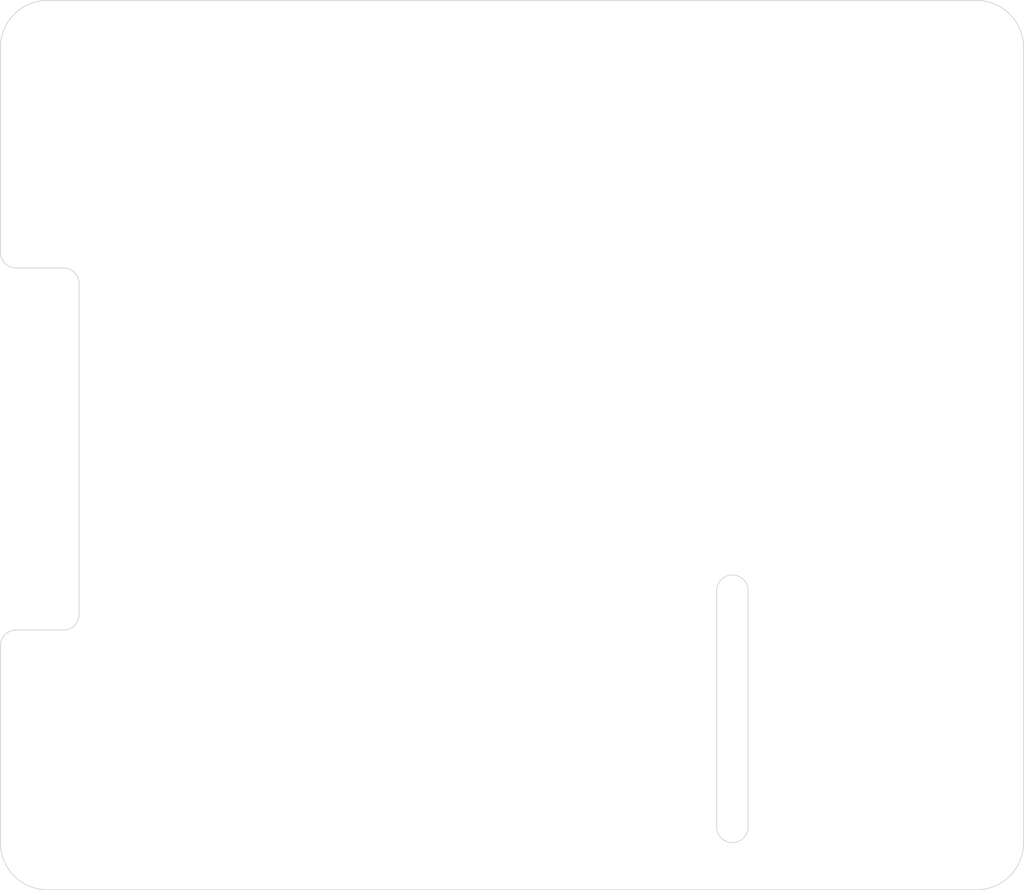
<source format=kicad_pcb>
(kicad_pcb (version 20171130) (host pcbnew 5.1.2+dfsg1-1)

  (general
    (thickness 1.6)
    (drawings 20)
    (tracks 0)
    (zones 0)
    (modules 4)
    (nets 1)
  )

  (page A4)
  (layers
    (0 F.Cu signal)
    (31 B.Cu signal)
    (32 B.Adhes user)
    (33 F.Adhes user)
    (34 B.Paste user)
    (35 F.Paste user)
    (36 B.SilkS user)
    (37 F.SilkS user)
    (38 B.Mask user)
    (39 F.Mask user)
    (40 Dwgs.User user)
    (41 Cmts.User user)
    (42 Eco1.User user)
    (43 Eco2.User user)
    (44 Edge.Cuts user)
    (45 Margin user)
    (46 B.CrtYd user)
    (47 F.CrtYd user)
    (48 B.Fab user)
    (49 F.Fab user)
  )

  (setup
    (last_trace_width 0.15)
    (user_trace_width 0.15)
    (user_trace_width 0.25)
    (user_trace_width 0.5)
    (trace_clearance 0.09)
    (zone_clearance 0.508)
    (zone_45_only no)
    (trace_min 0.09)
    (via_size 0.45)
    (via_drill 0.2)
    (via_min_size 0.45)
    (via_min_drill 0.2)
    (uvia_size 0.3)
    (uvia_drill 0.1)
    (uvias_allowed no)
    (uvia_min_size 0.2)
    (uvia_min_drill 0.1)
    (edge_width 0.05)
    (segment_width 0.2)
    (pcb_text_width 0.3)
    (pcb_text_size 1.5 1.5)
    (mod_edge_width 0.12)
    (mod_text_size 1 1)
    (mod_text_width 0.15)
    (pad_size 1.524 1.524)
    (pad_drill 0.762)
    (pad_to_mask_clearance 0.051)
    (solder_mask_min_width 0.25)
    (aux_axis_origin 0 0)
    (visible_elements FFFFF77F)
    (pcbplotparams
      (layerselection 0x010fc_ffffffff)
      (usegerberextensions false)
      (usegerberattributes false)
      (usegerberadvancedattributes false)
      (creategerberjobfile false)
      (excludeedgelayer true)
      (linewidth 0.100000)
      (plotframeref false)
      (viasonmask false)
      (mode 1)
      (useauxorigin false)
      (hpglpennumber 1)
      (hpglpenspeed 20)
      (hpglpendiameter 15.000000)
      (psnegative false)
      (psa4output false)
      (plotreference true)
      (plotvalue true)
      (plotinvisibletext false)
      (padsonsilk false)
      (subtractmaskfromsilk false)
      (outputformat 1)
      (mirror false)
      (drillshape 1)
      (scaleselection 1)
      (outputdirectory ""))
  )

  (net 0 "")

  (net_class Default "This is the default net class."
    (clearance 0.09)
    (trace_width 0.09)
    (via_dia 0.45)
    (via_drill 0.2)
    (uvia_dia 0.3)
    (uvia_drill 0.1)
  )

  (module fpga_hat:MOUNTHOLE_M2.5 (layer F.Cu) (tedit 5D1992BB) (tstamp 5D1F791C)
    (at 161.5 83.5)
    (fp_text reference REF** (at 0 0.5) (layer F.SilkS) hide
      (effects (font (size 0.1 0.1) (thickness 0.15)))
    )
    (fp_text value MOUNTHOLE_M2.5 (at 0 0.2) (layer F.Fab) hide
      (effects (font (size 0.1 0.1) (thickness 0.025)))
    )
    (fp_circle (center 0 0) (end 3.1 -0.1) (layer F.CrtYd) (width 0.12))
    (pad "" np_thru_hole circle (at 0 0) (size 2.75 2.75) (drill 2.75) (layers *.Cu *.Mask)
      (solder_mask_margin 1.725) (zone_connect 0) (thermal_gap 1.9))
  )

  (module fpga_hat:MOUNTHOLE_M2.5 (layer F.Cu) (tedit 5D1992BB) (tstamp 5D1F7912)
    (at 161.5 133)
    (fp_text reference REF** (at 0 0.5) (layer F.SilkS) hide
      (effects (font (size 0.1 0.1) (thickness 0.15)))
    )
    (fp_text value MOUNTHOLE_M2.5 (at 0 0.2) (layer F.Fab) hide
      (effects (font (size 0.1 0.1) (thickness 0.025)))
    )
    (fp_circle (center 0 0) (end 3.1 -0.1) (layer F.CrtYd) (width 0.12))
    (pad "" np_thru_hole circle (at 0 0) (size 2.75 2.75) (drill 2.75) (layers *.Cu *.Mask)
      (solder_mask_margin 1.725) (zone_connect 0) (thermal_gap 1.9))
  )

  (module fpga_hat:MOUNTHOLE_M2.5 (layer F.Cu) (tedit 5D1992BB) (tstamp 5D1F7908)
    (at 103.5 133)
    (fp_text reference REF** (at 0 0.5) (layer F.SilkS) hide
      (effects (font (size 0.1 0.1) (thickness 0.15)))
    )
    (fp_text value MOUNTHOLE_M2.5 (at 0 0.2) (layer F.Fab) hide
      (effects (font (size 0.1 0.1) (thickness 0.025)))
    )
    (fp_circle (center 0 0) (end 3.1 -0.1) (layer F.CrtYd) (width 0.12))
    (pad "" np_thru_hole circle (at 0 0) (size 2.75 2.75) (drill 2.75) (layers *.Cu *.Mask)
      (solder_mask_margin 1.725) (zone_connect 0) (thermal_gap 1.9))
  )

  (module fpga_hat:MOUNTHOLE_M2.5 (layer F.Cu) (tedit 5D1992BB) (tstamp 5D1F7904)
    (at 103.5 83.5)
    (fp_text reference REF** (at 0 0.5) (layer F.SilkS) hide
      (effects (font (size 0.1 0.1) (thickness 0.15)))
    )
    (fp_text value MOUNTHOLE_M2.5 (at 0 0.2) (layer F.Fab) hide
      (effects (font (size 0.1 0.1) (thickness 0.025)))
    )
    (fp_circle (center 0 0) (end 3.1 -0.1) (layer F.CrtYd) (width 0.12))
    (pad "" np_thru_hole circle (at 0 0) (size 2.75 2.75) (drill 2.75) (layers *.Cu *.Mask)
      (solder_mask_margin 1.725) (zone_connect 0) (thermal_gap 1.9))
  )

  (gr_line (start 100 121) (end 100 133.5) (layer Edge.Cuts) (width 0.05) (tstamp 5D225EAA))
  (gr_line (start 105 98) (end 105 119) (layer Edge.Cuts) (width 0.05) (tstamp 5D225EA9))
  (gr_line (start 100 83) (end 100 96) (layer Edge.Cuts) (width 0.05) (tstamp 5D225EA8))
  (gr_arc (start 101 121) (end 101 120) (angle -90) (layer Edge.Cuts) (width 0.05))
  (gr_arc (start 104 98) (end 105 98) (angle -90) (layer Edge.Cuts) (width 0.05))
  (gr_arc (start 104 119) (end 104 120) (angle -90) (layer Edge.Cuts) (width 0.05))
  (gr_line (start 101 97) (end 104 97) (layer Edge.Cuts) (width 0.05) (tstamp 5D1E925D))
  (gr_line (start 101 120) (end 104 120) (layer Edge.Cuts) (width 0.05) (tstamp 5D1E925E))
  (gr_arc (start 101 96) (end 100 96) (angle -90) (layer Edge.Cuts) (width 0.05))
  (gr_line (start 165 83) (end 165 133.5) (layer Edge.Cuts) (width 0.05))
  (gr_line (start 145.5 117.5) (end 145.5 132.5) (layer Edge.Cuts) (width 0.05) (tstamp 5D221B05))
  (gr_line (start 147.5 132.5) (end 147.5 117.5) (layer Edge.Cuts) (width 0.05) (tstamp 5D221AFF))
  (gr_arc (start 146.5 117.5) (end 147.5 117.5) (angle -180) (layer Edge.Cuts) (width 0.05) (tstamp 5D221B02))
  (gr_arc (start 146.5 132.5) (end 145.5 132.5) (angle -180) (layer Edge.Cuts) (width 0.05) (tstamp 5D221AFC))
  (gr_arc (start 162 83) (end 165 83) (angle -90) (layer Edge.Cuts) (width 0.05))
  (gr_arc (start 162 133.5) (end 162 136.5) (angle -90) (layer Edge.Cuts) (width 0.05))
  (gr_arc (start 103 133.5) (end 100 133.5) (angle -90) (layer Edge.Cuts) (width 0.05))
  (gr_arc (start 103 83) (end 103 80) (angle -90) (layer Edge.Cuts) (width 0.05))
  (gr_line (start 162 136.5) (end 103 136.5) (layer Edge.Cuts) (width 0.05))
  (gr_line (start 103 80) (end 162 80) (layer Edge.Cuts) (width 0.05))

)

</source>
